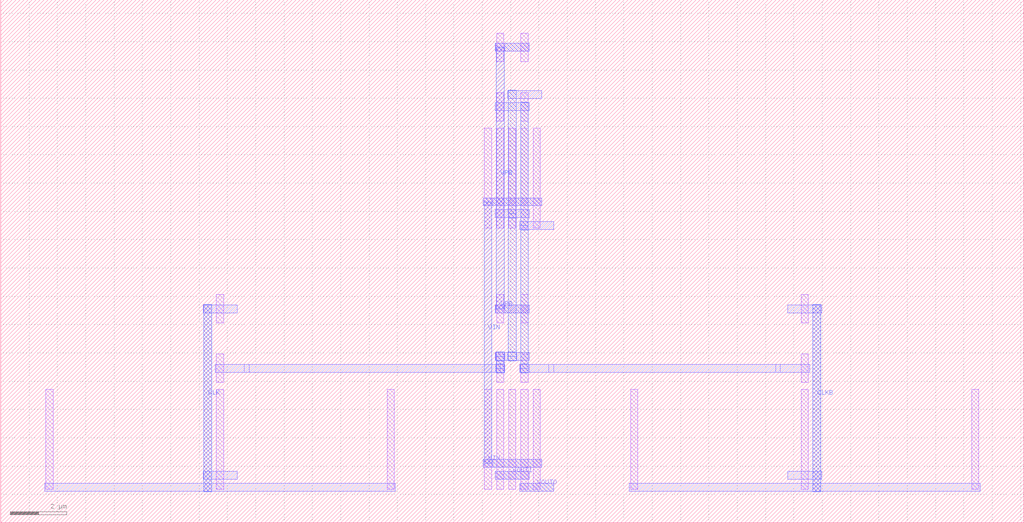
<source format=lef>
MACRO DCDC_XSW_PMOS
  ORIGIN 0 0 ;
  FOREIGN DCDC_XSW_PMOS 0 0 ;
  SIZE 36.12 BY 18.48 ;
  PIN VPB
    DIRECTION INOUT ;
    USE SIGNAL ;
    PORT 
      LAYER M2 ;
        RECT 17.46 16.66 18.66 16.94 ;
      LAYER M2 ;
        RECT 17.46 7.42 18.66 7.7 ;
      LAYER M2 ;
        RECT 17.47 16.66 17.79 16.94 ;
      LAYER M3 ;
        RECT 17.49 7.56 17.77 16.8 ;
      LAYER M2 ;
        RECT 17.47 7.42 17.79 7.7 ;
    END
  END VPB
  PIN VIN
    DIRECTION INOUT ;
    USE SIGNAL ;
    PORT 
      LAYER M2 ;
        RECT 17.03 11.2 19.09 11.48 ;
      LAYER M2 ;
        RECT 17.03 1.96 19.09 2.24 ;
      LAYER M2 ;
        RECT 17.04 11.2 17.36 11.48 ;
      LAYER M3 ;
        RECT 17.06 2.1 17.34 11.34 ;
      LAYER M2 ;
        RECT 17.04 1.96 17.36 2.24 ;
    END
  END VIN
  PIN VOUT0
    DIRECTION INOUT ;
    USE SIGNAL ;
    PORT 
      LAYER M2 ;
        RECT 18.32 1.12 19.52 1.4 ;
    END
  END VOUT0
  PIN VOUT1
    DIRECTION INOUT ;
    USE SIGNAL ;
    PORT 
      LAYER M2 ;
        RECT 17.46 1.54 18.66 1.82 ;
    END
  END VOUT1
  PIN CLKB
    DIRECTION INOUT ;
    USE SIGNAL ;
    PORT 
      LAYER M3 ;
        RECT 28.67 1.1 28.95 7.72 ;
    END
  END CLKB
  PIN CLK
    DIRECTION INOUT ;
    USE SIGNAL ;
    PORT 
      LAYER M3 ;
        RECT 7.17 1.1 7.45 7.72 ;
    END
  END CLK
  OBS 
  LAYER M3 ;
        RECT 18.35 10.34 18.63 14.86 ;
  LAYER M2 ;
        RECT 18.32 5.32 19.52 5.6 ;
  LAYER M2 ;
        RECT 27.35 5.32 28.55 5.6 ;
  LAYER M3 ;
        RECT 18.35 5.46 18.63 10.5 ;
  LAYER M2 ;
        RECT 18.33 5.32 18.65 5.6 ;
  LAYER M2 ;
        RECT 19.35 5.32 27.52 5.6 ;
  LAYER M2 ;
        RECT 18.33 5.32 18.65 5.6 ;
  LAYER M3 ;
        RECT 18.35 5.3 18.63 5.62 ;
  LAYER M2 ;
        RECT 18.33 5.32 18.65 5.6 ;
  LAYER M3 ;
        RECT 18.35 5.3 18.63 5.62 ;
  LAYER M2 ;
        RECT 18.33 5.32 18.65 5.6 ;
  LAYER M3 ;
        RECT 18.35 5.3 18.63 5.62 ;
  LAYER M2 ;
        RECT 18.33 5.32 18.65 5.6 ;
  LAYER M3 ;
        RECT 18.35 5.3 18.63 5.62 ;
  LAYER M3 ;
        RECT 17.92 10.76 18.2 15.28 ;
  LAYER M2 ;
        RECT 17.46 5.74 18.66 6.02 ;
  LAYER M2 ;
        RECT 7.57 5.32 8.77 5.6 ;
  LAYER M3 ;
        RECT 17.92 5.88 18.2 10.92 ;
  LAYER M2 ;
        RECT 17.9 5.74 18.22 6.02 ;
  LAYER M2 ;
        RECT 17.47 5.74 17.79 6.02 ;
  LAYER M3 ;
        RECT 17.49 5.46 17.77 5.88 ;
  LAYER M2 ;
        RECT 8.6 5.32 17.63 5.6 ;
  LAYER M2 ;
        RECT 17.9 5.74 18.22 6.02 ;
  LAYER M3 ;
        RECT 17.92 5.72 18.2 6.04 ;
  LAYER M2 ;
        RECT 17.9 5.74 18.22 6.02 ;
  LAYER M3 ;
        RECT 17.92 5.72 18.2 6.04 ;
  LAYER M2 ;
        RECT 17.47 5.74 17.79 6.02 ;
  LAYER M3 ;
        RECT 17.49 5.72 17.77 6.04 ;
  LAYER M2 ;
        RECT 17.47 5.32 17.79 5.6 ;
  LAYER M3 ;
        RECT 17.49 5.3 17.77 5.62 ;
  LAYER M2 ;
        RECT 17.9 5.74 18.22 6.02 ;
  LAYER M3 ;
        RECT 17.92 5.72 18.2 6.04 ;
  LAYER M2 ;
        RECT 17.47 5.74 17.79 6.02 ;
  LAYER M3 ;
        RECT 17.49 5.72 17.77 6.04 ;
  LAYER M2 ;
        RECT 17.47 5.32 17.79 5.6 ;
  LAYER M3 ;
        RECT 17.49 5.3 17.77 5.62 ;
  LAYER M2 ;
        RECT 17.9 5.74 18.22 6.02 ;
  LAYER M3 ;
        RECT 17.92 5.72 18.2 6.04 ;
  LAYER M1 ;
        RECT 18.365 10.415 18.615 13.945 ;
  LAYER M1 ;
        RECT 18.365 14.195 18.615 15.205 ;
  LAYER M1 ;
        RECT 18.365 16.295 18.615 17.305 ;
  LAYER M1 ;
        RECT 18.795 10.415 19.045 13.945 ;
  LAYER M1 ;
        RECT 17.935 10.415 18.185 13.945 ;
  LAYER M1 ;
        RECT 17.505 10.415 17.755 13.945 ;
  LAYER M1 ;
        RECT 17.505 14.195 17.755 15.205 ;
  LAYER M1 ;
        RECT 17.505 16.295 17.755 17.305 ;
  LAYER M1 ;
        RECT 17.075 10.415 17.325 13.945 ;
  LAYER M2 ;
        RECT 17.46 14.56 18.66 14.84 ;
  LAYER M2 ;
        RECT 18.32 10.36 19.52 10.64 ;
  LAYER M2 ;
        RECT 17.89 14.98 19.09 15.26 ;
  LAYER M2 ;
        RECT 17.46 10.78 18.66 11.06 ;
  LAYER M2 ;
        RECT 17.46 16.66 18.66 16.94 ;
  LAYER M3 ;
        RECT 18.35 10.34 18.63 14.86 ;
  LAYER M3 ;
        RECT 17.92 10.76 18.2 15.28 ;
  LAYER M2 ;
        RECT 17.03 11.2 19.09 11.48 ;
  LAYER M1 ;
        RECT 18.365 1.175 18.615 4.705 ;
  LAYER M1 ;
        RECT 18.365 4.955 18.615 5.965 ;
  LAYER M1 ;
        RECT 18.365 7.055 18.615 8.065 ;
  LAYER M1 ;
        RECT 18.795 1.175 19.045 4.705 ;
  LAYER M1 ;
        RECT 17.935 1.175 18.185 4.705 ;
  LAYER M1 ;
        RECT 17.505 1.175 17.755 4.705 ;
  LAYER M1 ;
        RECT 17.505 4.955 17.755 5.965 ;
  LAYER M1 ;
        RECT 17.505 7.055 17.755 8.065 ;
  LAYER M1 ;
        RECT 17.075 1.175 17.325 4.705 ;
  LAYER M2 ;
        RECT 17.46 7.42 18.66 7.7 ;
  LAYER M2 ;
        RECT 18.32 1.12 19.52 1.4 ;
  LAYER M2 ;
        RECT 17.46 1.54 18.66 1.82 ;
  LAYER M2 ;
        RECT 18.32 5.32 19.52 5.6 ;
  LAYER M2 ;
        RECT 17.46 5.74 18.66 6.02 ;
  LAYER M2 ;
        RECT 17.03 1.96 19.09 2.24 ;
  LAYER M1 ;
        RECT 28.255 1.175 28.505 4.705 ;
  LAYER M1 ;
        RECT 28.255 4.955 28.505 5.965 ;
  LAYER M1 ;
        RECT 28.255 7.055 28.505 8.065 ;
  LAYER M1 ;
        RECT 22.235 1.175 22.485 4.705 ;
  LAYER M1 ;
        RECT 34.275 1.175 34.525 4.705 ;
  LAYER M2 ;
        RECT 22.19 1.12 34.57 1.4 ;
  LAYER M2 ;
        RECT 27.78 7.42 28.98 7.7 ;
  LAYER M2 ;
        RECT 27.78 1.54 28.98 1.82 ;
  LAYER M2 ;
        RECT 27.35 5.32 28.55 5.6 ;
  LAYER M3 ;
        RECT 28.67 1.1 28.95 7.72 ;
  LAYER M1 ;
        RECT 7.615 1.175 7.865 4.705 ;
  LAYER M1 ;
        RECT 7.615 4.955 7.865 5.965 ;
  LAYER M1 ;
        RECT 7.615 7.055 7.865 8.065 ;
  LAYER M1 ;
        RECT 13.635 1.175 13.885 4.705 ;
  LAYER M1 ;
        RECT 1.595 1.175 1.845 4.705 ;
  LAYER M2 ;
        RECT 1.55 1.12 13.93 1.4 ;
  LAYER M2 ;
        RECT 7.14 7.42 8.34 7.7 ;
  LAYER M2 ;
        RECT 7.14 1.54 8.34 1.82 ;
  LAYER M2 ;
        RECT 7.57 5.32 8.77 5.6 ;
  LAYER M3 ;
        RECT 7.17 1.1 7.45 7.72 ;
  END 
END DCDC_XSW_PMOS

</source>
